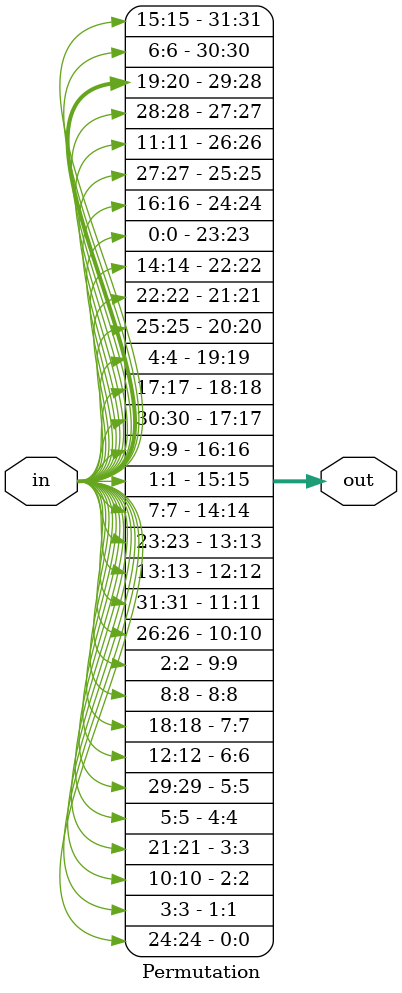
<source format=v>
`timescale 1ns / 1ps


module Permutation(
    input [0:31] in,
    output [0:31] out
    );
    
    assign out[0] = in[15];
    assign out[1] = in[6];
    assign out[2] = in[19];
    assign out[3] = in[20];
    assign out[4] = in[28];
    assign out[5] = in[11];
    assign out[6] = in[27];
    assign out[7] = in[16];
    
    assign out[8] = in[0];
    assign out[9] = in[14];
    assign out[10] = in[22];
    assign out[11] = in[25];
    assign out[12] = in[4];
    assign out[13] = in[17];
    assign out[14] = in[30];
    assign out[15] = in[9];
    
    assign out[16] = in[1];
    assign out[17] = in[7];
    assign out[18] = in[23];
    assign out[19] = in[13];
    assign out[20] = in[31];
    assign out[21] = in[26];
    assign out[22] = in[2];
    assign out[23] = in[8];
    
    assign out[24] = in[18];
    assign out[25] = in[12];
    assign out[26] = in[29];
    assign out[27] = in[5];
    assign out[28] = in[21];
    assign out[29] = in[10];
    assign out[30] = in[3];
    assign out[31] = in[24];    
    
endmodule

</source>
